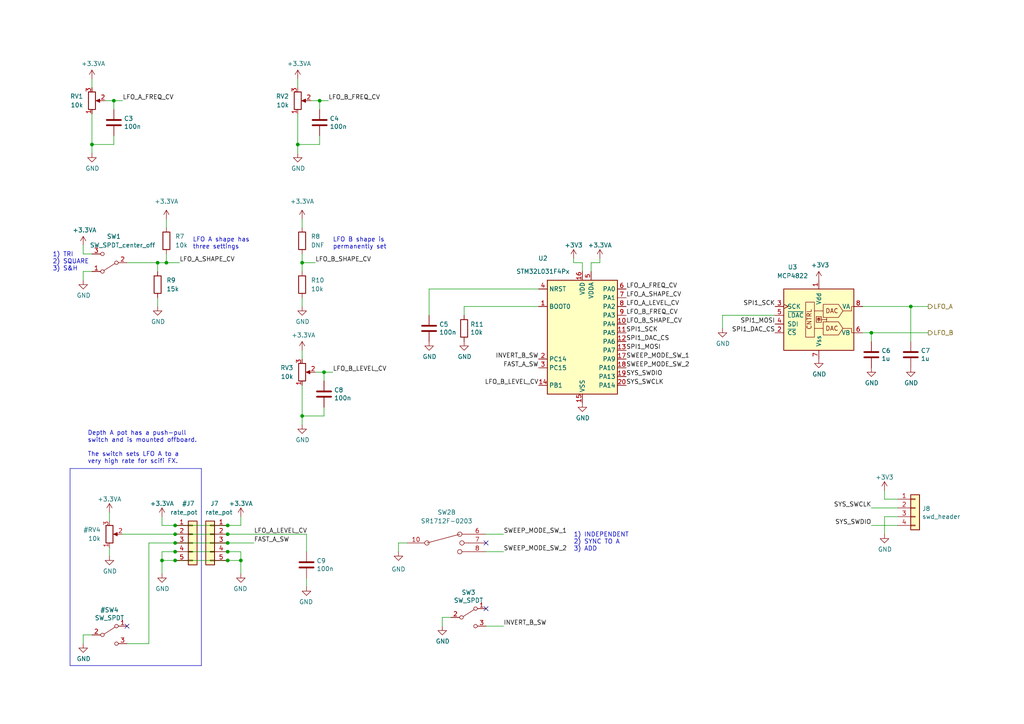
<source format=kicad_sch>
(kicad_sch (version 20230121) (generator eeschema)
  (paper "A4")
  (title_block (title "M.S.M. Stereo Lowpass Filter Pedal") (date "2022-06-07") (comment 2 "creativecommons.org/licenses/by/4.0") (comment 3 "License: CC by 4.0") (comment 4 "Author: Jordan Aceto"))
  (lib_symbols
    (symbol "Analog_DAC:MCP4822" (pin_names (offset 1.016))
      (property "Reference" "U" (at -2.54 10.795 0))
      (property "Value" "MCP4822" (at -2.54 8.89 0))
      (symbol "MCP4822_0_0"
        (polyline (pts (xy 0 -1.778) (xy 0 -0.635)))
        (polyline (pts (xy 0.381 -0.889) (xy 0.508 -0.762)))
        (polyline (pts (xy 2.286 -1.143) (xy 2.286 -1.905)))
        (polyline (pts (xy 0.381 -0.889) (xy -0.381 -0.889) (xy -0.508 -1.016)))
        (polyline (pts (xy 0.762 -1.27) (xy 2.286 -1.27) (xy 2.286 -0.762)))
        (polyline (pts (xy 0 -0.889) (xy 0.508 -1.397) (xy -0.508 -1.397) (xy 0 -0.889)))
        (polyline (pts (xy 6.985 -3.81) (xy 9.525 -3.81) (xy 9.525 -5.08) (xy 10.16 -5.08)))
        (polyline (pts (xy 6.985 1.27) (xy 9.525 1.27) (xy 9.525 2.54) (xy 10.16 2.54)))
        (rectangle (start 0.762 -0.381) (end -0.762 -2.032))
        (text "CNTRL" (at -2.032 -4.191 900) (effects (font (size 1.27 1.27)) (justify left bottom)))
        (text "DAC" (at 3.81 -3.81 0) (effects (font (size 1.27 1.27))))
        (text "DAC" (at 3.81 1.27 0) (effects (font (size 1.27 1.27))))
      )
      (symbol "MCP4822_0_1"
        (rectangle (start -10.16 7.62) (end 10.16 -10.16) (stroke (width 0.254)) (fill (type background)))
        (rectangle (start -1.27 -6.35) (end -3.81 3.81))
        (polyline (pts (xy 1.27 -3.81) (xy -1.27 -3.81)))
        (polyline (pts (xy 1.27 1.27) (xy -1.27 1.27)))
        (polyline (pts (xy 6.985 -3.81) (xy 5.715 -1.905) (xy 1.27 -1.905) (xy 1.27 -5.715) (xy 5.715 -5.715) (xy 6.985 -3.81)))
        (polyline (pts (xy 6.985 1.27) (xy 5.715 3.175) (xy 1.27 3.175) (xy 1.27 -0.635) (xy 5.715 -0.635) (xy 6.985 1.27)))
      )
      (symbol "MCP4822_1_1"
        (pin power_in line (at 0 10.16 270) (length 2.54) (name "Vdd") (number "1"))
        (pin input line (at -12.7 -5.08 0) (length 2.54) (name "~{CS}") (number "2"))
        (pin input clock (at -12.7 2.54 0) (length 2.54) (name "SCK") (number "3"))
        (pin input line (at -12.7 -2.54 0) (length 2.54) (name "SDI") (number "4"))
        (pin input line (at -12.7 0 0) (length 2.54) (name "~{LDAC}") (number "5"))
        (pin output line (at 12.7 -5.08 180) (length 2.54) (name "VB") (number "6"))
        (pin power_in line (at 0 -12.7 90) (length 2.54) (name "Vss") (number "7"))
        (pin output line (at 12.7 2.54 180) (length 2.54) (name "VA") (number "8"))
      )
    )
    (symbol "Connector_Generic:Conn_01x04" (pin_names (offset 1.016) hide)
      (property "Reference" "J" (at 0 5.08 0))
      (property "Value" "Conn_01x04" (at 0 -7.62 0))
      (symbol "Conn_01x04_1_1"
        (rectangle (start -1.27 -4.953) (end 0 -5.207) (stroke (width 0.1524)))
        (rectangle (start -1.27 -2.413) (end 0 -2.667) (stroke (width 0.1524)))
        (rectangle (start -1.27 0.127) (end 0 -0.127) (stroke (width 0.1524)))
        (rectangle (start -1.27 2.667) (end 0 2.413) (stroke (width 0.1524)))
        (rectangle (start -1.27 3.81) (end 1.27 -6.35) (stroke (width 0.254)) (fill (type background)))
        (pin passive line (at -5.08 2.54 0) (length 3.81) (name "Pin_1") (number "1"))
        (pin passive line (at -5.08 0 0) (length 3.81) (name "Pin_2") (number "2"))
        (pin passive line (at -5.08 -2.54 0) (length 3.81) (name "Pin_3") (number "3"))
        (pin passive line (at -5.08 -5.08 0) (length 3.81) (name "Pin_4") (number "4"))
      )
    )
    (symbol "Connector_Generic:Conn_01x05" (pin_names (offset 1.016) hide)
      (property "Reference" "J" (at 0 7.62 0))
      (property "Value" "Conn_01x05" (at 0 -7.62 0))
      (symbol "Conn_01x05_1_1"
        (rectangle (start -1.27 -4.953) (end 0 -5.207) (stroke (width 0.1524)))
        (rectangle (start -1.27 -2.413) (end 0 -2.667) (stroke (width 0.1524)))
        (rectangle (start -1.27 0.127) (end 0 -0.127) (stroke (width 0.1524)))
        (rectangle (start -1.27 2.667) (end 0 2.413) (stroke (width 0.1524)))
        (rectangle (start -1.27 5.207) (end 0 4.953) (stroke (width 0.1524)))
        (rectangle (start -1.27 6.35) (end 1.27 -6.35) (stroke (width 0.254)) (fill (type background)))
        (pin passive line (at -5.08 5.08 0) (length 3.81) (name "Pin_1") (number "1"))
        (pin passive line (at -5.08 2.54 0) (length 3.81) (name "Pin_2") (number "2"))
        (pin passive line (at -5.08 0 0) (length 3.81) (name "Pin_3") (number "3"))
        (pin passive line (at -5.08 -2.54 0) (length 3.81) (name "Pin_4") (number "4"))
        (pin passive line (at -5.08 -5.08 0) (length 3.81) (name "Pin_5") (number "5"))
      )
    )
    (symbol "Device:C" (pin_numbers hide) (pin_names (offset 0.254))
      (property "Reference" "C" (at 0.635 2.54 0))
      (property "Value" "C" (at 0.635 -2.54 0))
      (symbol "C_0_1"
        (polyline (pts (xy -2.032 -0.762) (xy 2.032 -0.762)) (stroke (width 0.508)))
        (polyline (pts (xy -2.032 0.762) (xy 2.032 0.762)) (stroke (width 0.508)))
      )
      (symbol "C_1_1"
        (pin passive line (at 0 3.81 270) (length 2.794) (name "~") (number "1"))
        (pin passive line (at 0 -3.81 90) (length 2.794) (name "~") (number "2"))
      )
    )
    (symbol "Device:R" (pin_numbers hide) (pin_names (offset 0))
      (property "Reference" "R" (at 2.032 0 90))
      (property "Value" "R" (at 0 0 90))
      (symbol "R_0_1"
        (rectangle (start -1.016 -2.54) (end 1.016 2.54) (stroke (width 0.254)))
      )
      (symbol "R_1_1"
        (pin passive line (at 0 3.81 270) (length 1.27) (name "~") (number "1"))
        (pin passive line (at 0 -3.81 90) (length 1.27) (name "~") (number "2"))
      )
    )
    (symbol "Device:R_Potentiometer" (pin_names (offset 1.016) hide)
      (property "Reference" "RV" (at -4.445 0 90))
      (property "Value" "R_Potentiometer" (at -2.54 0 90))
      (symbol "R_Potentiometer_0_1"
        (polyline (pts (xy 2.54 0) (xy 1.524 0)))
        (polyline (pts (xy 1.143 0) (xy 2.286 0.508) (xy 2.286 -0.508) (xy 1.143 0)) (fill (type outline)))
        (rectangle (start 1.016 2.54) (end -1.016 -2.54) (stroke (width 0.254)))
      )
      (symbol "R_Potentiometer_1_1"
        (pin passive line (at 0 3.81 270) (length 1.27) (name "1") (number "1"))
        (pin passive line (at 3.81 0 180) (length 1.27) (name "2") (number "2"))
        (pin passive line (at 0 -3.81 90) (length 1.27) (name "3") (number "3"))
      )
    )
    (symbol "MCU_ST_STM32L0:STM32L031F4Px"
      (property "Reference" "U" (at -10.16 16.51 0))
      (property "Value" "STM32L031F4Px" (at 5.08 16.51 0))
      (symbol "STM32L031F4Px_0_1"
        (rectangle (start -10.16 -17.78) (end 10.16 15.24) (stroke (width 0.254)) (fill (type background)))
      )
      (symbol "STM32L031F4Px_1_1"
        (pin input line (at -12.7 7.62 0) (length 2.54) (name "BOOT0") (number "1"))
        (pin bidirectional line (at 12.7 2.54 180) (length 2.54) (name "PA4") (number "10"))
        (pin bidirectional line (at 12.7 0 180) (length 2.54) (name "PA5") (number "11"))
        (pin bidirectional line (at 12.7 -2.54 180) (length 2.54) (name "PA6") (number "12"))
        (pin bidirectional line (at 12.7 -5.08 180) (length 2.54) (name "PA7") (number "13"))
        (pin bidirectional line (at -12.7 -15.24 0) (length 2.54) (name "PB1") (number "14"))
        (pin power_in line (at 0 -20.32 90) (length 2.54) (name "VSS") (number "15"))
        (pin power_in line (at 0 17.78 270) (length 2.54) (name "VDD") (number "16"))
        (pin bidirectional line (at 12.7 -7.62 180) (length 2.54) (name "PA9") (number "17"))
        (pin bidirectional line (at 12.7 -10.16 180) (length 2.54) (name "PA10") (number "18"))
        (pin bidirectional line (at 12.7 -12.7 180) (length 2.54) (name "PA13") (number "19"))
        (pin bidirectional line (at -12.7 -7.62 0) (length 2.54) (name "PC14") (number "2"))
        (pin bidirectional line (at 12.7 -15.24 180) (length 2.54) (name "PA14") (number "20"))
        (pin bidirectional line (at -12.7 -10.16 0) (length 2.54) (name "PC15") (number "3"))
        (pin input line (at -12.7 12.7 0) (length 2.54) (name "NRST") (number "4"))
        (pin power_in line (at 2.54 17.78 270) (length 2.54) (name "VDDA") (number "5"))
        (pin bidirectional line (at 12.7 12.7 180) (length 2.54) (name "PA0") (number "6"))
        (pin bidirectional line (at 12.7 10.16 180) (length 2.54) (name "PA1") (number "7"))
        (pin bidirectional line (at 12.7 7.62 180) (length 2.54) (name "PA2") (number "8"))
        (pin bidirectional line (at 12.7 5.08 180) (length 2.54) (name "PA3") (number "9"))
      )
    )
    (symbol "Switch:SW_SPDT" (pin_names (offset 0) hide)
      (property "Reference" "SW" (at 0 4.318 0))
      (property "Value" "SW_SPDT" (at 0 -5.08 0))
      (symbol "SW_SPDT_0_0"
        (circle (center -2.032 0) (radius 0.508))
        (circle (center 2.032 -2.54) (radius 0.508))
      )
      (symbol "SW_SPDT_0_1"
        (polyline (pts (xy -1.524 0.254) (xy 1.651 2.286)))
        (circle (center 2.032 2.54) (radius 0.508))
      )
      (symbol "SW_SPDT_1_1"
        (pin passive line (at 5.08 2.54 180) (length 2.54) (name "A") (number "1"))
        (pin passive line (at -5.08 0 0) (length 2.54) (name "B") (number "2"))
        (pin passive line (at 5.08 -2.54 180) (length 2.54) (name "C") (number "3"))
      )
    )
    (symbol "custom_symbols:SR1712F-0203" (pin_names (offset 1.016) hide)
      (property "Reference" "SW" (at 0 5.08 0))
      (property "Value" "SR1712F-0203" (at 0 -5.08 0))
      (symbol "SR1712F-0203_0_0"
        (circle (center -4.445 0) (radius 0.635))
        (polyline (pts (xy -4.445 0) (xy 5.08 2.54)))
        (polyline (pts (xy 5.715 -2.54) (xy 7.62 -2.54)))
        (polyline (pts (xy 5.715 2.54) (xy 7.62 2.54)))
        (polyline (pts (xy 6.35 0) (xy 7.62 0)))
        (circle (center 5.08 -2.54) (radius 0.635))
        (circle (center 5.08 2.54) (radius 0.635))
        (circle (center 5.715 0) (radius 0.635))
      )
      (symbol "SR1712F-0203_1_1"
        (pin passive line (at -10.16 0 0) (length 5.08) (name "1") (number "1"))
        (pin passive line (at 12.7 2.54 180) (length 5.08) (name "2") (number "2"))
        (pin passive line (at 12.7 0 180) (length 5.08) (name "3") (number "3"))
        (pin passive line (at 12.7 -2.54 180) (length 5.08) (name "4") (number "4"))
      )
      (symbol "SR1712F-0203_2_1"
        (pin passive line (at -10.16 0 0) (length 5.08) (name "10") (number "10"))
        (pin passive line (at 12.7 2.54 180) (length 5.08) (name "6") (number "6"))
        (pin passive line (at 12.7 0 180) (length 5.08) (name "7") (number "7"))
        (pin passive line (at 12.7 -2.54 180) (length 5.08) (name "8") (number "8"))
      )
    )
    (symbol "power:+3.3V" (power) (pin_names (offset 0))
      (property "Value" "+3.3V" (at 0 3.556 0))
      (symbol "+3.3V_0_1"
        (polyline (pts (xy -0.762 1.27) (xy 0 2.54)))
        (polyline (pts (xy 0 0) (xy 0 2.54)))
        (polyline (pts (xy 0 2.54) (xy 0.762 1.27)))
      )
      (symbol "+3.3V_1_1"
        (pin power_in line (at 0 0 90) (length 0) hide (name "+3V3") (number "1"))
      )
    )
    (symbol "power:+3.3VA" (power) (pin_names (offset 0))
      (property "Value" "+3.3VA" (at 0 3.556 0))
      (symbol "+3.3VA_0_1"
        (polyline (pts (xy -0.762 1.27) (xy 0 2.54)))
        (polyline (pts (xy 0 0) (xy 0 2.54)))
        (polyline (pts (xy 0 2.54) (xy 0.762 1.27)))
      )
      (symbol "+3.3VA_1_1"
        (pin power_in line (at 0 0 90) (length 0) hide (name "+3.3VA") (number "1"))
      )
    )
    (symbol "power:GND" (power) (pin_names (offset 0))
      (property "Value" "GND" (at 0 -3.81 0))
      (symbol "GND_0_1"
        (polyline (pts (xy 0 0) (xy 0 -1.27) (xy 1.27 -1.27) (xy 0 -2.54) (xy -1.27 -1.27) (xy 0 -1.27)))
      )
      (symbol "GND_1_1"
        (pin power_in line (at 0 0 270) (length 0) hide (name "GND") (number "1"))
      )
    )
  )
  (junction (at 66.04 157.48))
  (junction (at 50.8 160.02))
  (junction (at 86.36 41.91))
  (junction (at 92.71 29.21))
  (junction (at 87.63 76.2))
  (junction (at 66.04 154.94))
  (junction (at 48.26 76.2))
  (junction (at 264.16 88.9))
  (junction (at 66.04 162.56))
  (junction (at 50.8 157.48))
  (junction (at 66.04 160.02))
  (junction (at 87.63 120.65))
  (junction (at 45.72 76.2))
  (junction (at 69.85 162.56))
  (junction (at 50.8 162.56))
  (junction (at 93.98 107.95))
  (junction (at 252.73 96.52))
  (junction (at 66.04 152.4))
  (junction (at 26.67 41.91))
  (junction (at 50.8 152.4))
  (junction (at 33.02 29.21))
  (junction (at 50.8 154.94))
  (junction (at 46.99 162.56))
  (no_connect (at 36.83 181.61))
  (no_connect (at 140.97 157.48))
  (no_connect (at 140.97 176.53))
  (polyline (pts (xy 58.42 193.04) (xy 58.42 135.89)))
  (wire (pts (xy 134.62 88.9) (xy 156.21 88.9)))
  (wire (pts (xy 50.8 157.48) (xy 66.04 157.48)))
  (wire (pts (xy 87.63 66.04) (xy 87.63 63.5)))
  (wire (pts (xy 26.67 73.66) (xy 24.13 73.66)))
  (wire (pts (xy 87.63 76.2) (xy 91.44 76.2)))
  (wire (pts (xy 45.72 88.9) (xy 45.72 86.36)))
  (polyline (pts (xy 20.32 193.04) (xy 58.42 193.04)))
  (wire (pts (xy 46.99 160.02) (xy 46.99 162.56)))
  (wire (pts (xy 31.75 148.59) (xy 31.75 151.13)))
  (wire (pts (xy 93.98 120.65) (xy 87.63 120.65)))
  (wire (pts (xy 46.99 160.02) (xy 50.8 160.02)))
  (wire (pts (xy 36.83 186.69) (xy 43.18 186.69)))
  (wire (pts (xy 88.9 167.64) (xy 88.9 170.18)))
  (wire (pts (xy 86.36 41.91) (xy 86.36 33.02)))
  (wire (pts (xy 252.73 99.06) (xy 252.73 96.52)))
  (polyline (pts (xy 58.42 135.89) (xy 20.32 135.89)))
  (wire (pts (xy 252.73 147.32) (xy 260.35 147.32)))
  (wire (pts (xy 92.71 29.21) (xy 90.17 29.21)))
  (wire (pts (xy 92.71 31.75) (xy 92.71 29.21)))
  (wire (pts (xy 46.99 162.56) (xy 46.99 166.37)))
  (wire (pts (xy 87.63 120.65) (xy 87.63 111.76)))
  (wire (pts (xy 48.26 73.66) (xy 48.26 76.2)))
  (wire (pts (xy 24.13 73.66) (xy 24.13 71.12)))
  (wire (pts (xy 252.73 152.4) (xy 260.35 152.4)))
  (wire (pts (xy 115.57 160.02) (xy 115.57 157.48)))
  (wire (pts (xy 66.04 162.56) (xy 69.85 162.56)))
  (wire (pts (xy 24.13 184.15) (xy 26.67 184.15)))
  (wire (pts (xy 50.8 152.4) (xy 66.04 152.4)))
  (polyline (pts (xy 20.32 135.89) (xy 20.32 193.04)))
  (wire (pts (xy 140.97 181.61) (xy 146.05 181.61)))
  (wire (pts (xy 46.99 162.56) (xy 50.8 162.56)))
  (wire (pts (xy 24.13 81.28) (xy 24.13 78.74)))
  (wire (pts (xy 31.75 158.75) (xy 31.75 161.29)))
  (wire (pts (xy 87.63 88.9) (xy 87.63 86.36)))
  (wire (pts (xy 33.02 41.91) (xy 26.67 41.91)))
  (wire (pts (xy 36.83 76.2) (xy 45.72 76.2)))
  (wire (pts (xy 87.63 76.2) (xy 87.63 78.74)))
  (wire (pts (xy 92.71 41.91) (xy 86.36 41.91)))
  (wire (pts (xy 87.63 101.6) (xy 87.63 104.14)))
  (wire (pts (xy 50.8 154.94) (xy 66.04 154.94)))
  (wire (pts (xy 173.99 76.2) (xy 173.99 74.93)))
  (wire (pts (xy 115.57 157.48) (xy 118.11 157.48)))
  (wire (pts (xy 140.97 160.02) (xy 146.05 160.02)))
  (wire (pts (xy 50.8 160.02) (xy 66.04 160.02)))
  (wire (pts (xy 168.91 78.74) (xy 168.91 76.2)))
  (wire (pts (xy 26.67 41.91) (xy 26.67 33.02)))
  (wire (pts (xy 50.8 157.48) (xy 43.18 157.48)))
  (wire (pts (xy 92.71 29.21) (xy 95.25 29.21)))
  (wire (pts (xy 69.85 160.02) (xy 69.85 162.56)))
  (wire (pts (xy 93.98 107.95) (xy 91.44 107.95)))
  (wire (pts (xy 88.9 154.94) (xy 88.9 160.02)))
  (wire (pts (xy 87.63 123.19) (xy 87.63 120.65)))
  (wire (pts (xy 48.26 66.04) (xy 48.26 63.5)))
  (wire (pts (xy 124.46 83.82) (xy 156.21 83.82)))
  (wire (pts (xy 124.46 91.44) (xy 124.46 83.82)))
  (wire (pts (xy 33.02 39.37) (xy 33.02 41.91)))
  (wire (pts (xy 66.04 157.48) (xy 73.66 157.48)))
  (wire (pts (xy 209.55 91.44) (xy 224.79 91.44)))
  (wire (pts (xy 45.72 76.2) (xy 45.72 78.74)))
  (wire (pts (xy 256.54 144.78) (xy 260.35 144.78)))
  (wire (pts (xy 252.73 96.52) (xy 250.19 96.52)))
  (wire (pts (xy 26.67 44.45) (xy 26.67 41.91)))
  (wire (pts (xy 93.98 110.49) (xy 93.98 107.95)))
  (wire (pts (xy 86.36 44.45) (xy 86.36 41.91)))
  (wire (pts (xy 92.71 39.37) (xy 92.71 41.91)))
  (wire (pts (xy 33.02 29.21) (xy 35.56 29.21)))
  (wire (pts (xy 256.54 154.94) (xy 256.54 149.86)))
  (wire (pts (xy 166.37 76.2) (xy 166.37 74.93)))
  (wire (pts (xy 24.13 78.74) (xy 26.67 78.74)))
  (wire (pts (xy 269.24 96.52) (xy 252.73 96.52)))
  (wire (pts (xy 168.91 76.2) (xy 166.37 76.2)))
  (wire (pts (xy 264.16 88.9) (xy 250.19 88.9)))
  (wire (pts (xy 87.63 73.66) (xy 87.63 76.2)))
  (wire (pts (xy 69.85 149.86) (xy 69.85 152.4)))
  (wire (pts (xy 66.04 152.4) (xy 69.85 152.4)))
  (wire (pts (xy 46.99 149.86) (xy 46.99 152.4)))
  (wire (pts (xy 45.72 76.2) (xy 48.26 76.2)))
  (wire (pts (xy 264.16 99.06) (xy 264.16 88.9)))
  (wire (pts (xy 33.02 29.21) (xy 30.48 29.21)))
  (wire (pts (xy 93.98 118.11) (xy 93.98 120.65)))
  (wire (pts (xy 256.54 149.86) (xy 260.35 149.86)))
  (wire (pts (xy 26.67 22.86) (xy 26.67 25.4)))
  (wire (pts (xy 209.55 95.25) (xy 209.55 91.44)))
  (wire (pts (xy 66.04 154.94) (xy 88.9 154.94)))
  (wire (pts (xy 93.98 107.95) (xy 96.52 107.95)))
  (wire (pts (xy 24.13 186.69) (xy 24.13 184.15)))
  (wire (pts (xy 69.85 162.56) (xy 69.85 166.37)))
  (wire (pts (xy 48.26 76.2) (xy 52.07 76.2)))
  (wire (pts (xy 171.45 78.74) (xy 171.45 76.2)))
  (wire (pts (xy 269.24 88.9) (xy 264.16 88.9)))
  (wire (pts (xy 256.54 142.24) (xy 256.54 144.78)))
  (wire (pts (xy 134.62 91.44) (xy 134.62 88.9)))
  (wire (pts (xy 33.02 31.75) (xy 33.02 29.21)))
  (wire (pts (xy 128.27 181.61) (xy 128.27 179.07)))
  (wire (pts (xy 43.18 157.48) (xy 43.18 186.69)))
  (wire (pts (xy 140.97 154.94) (xy 146.05 154.94)))
  (wire (pts (xy 171.45 76.2) (xy 173.99 76.2)))
  (wire (pts (xy 50.8 162.56) (xy 66.04 162.56)))
  (wire (pts (xy 86.36 22.86) (xy 86.36 25.4)))
  (wire (pts (xy 50.8 152.4) (xy 46.99 152.4)))
  (wire (pts (xy 35.56 154.94) (xy 50.8 154.94)))
  (wire (pts (xy 69.85 160.02) (xy 66.04 160.02)))
  (wire (pts (xy 128.27 179.07) (xy 130.81 179.07)))
  (text "1) INDEPENDENT\n2) SYNC TO A\n3) ADD" (at 166.37 160.02 0) (effects (font (size 1.27 1.27)) (justify left bottom)))
  (text "1) TRI\n2) SQUARE\n3) S&H" (at 15.24 78.74 0) (effects (font (size 1.27 1.27)) (justify left bottom)))
  (text "LFO A shape has\nthree settings" (at 55.88 72.39 0) (effects (font (size 1.27 1.27)) (justify left bottom)))
  (text "Depth A pot has a push-pull\nswitch and is mounted offboard.\n\nThe switch sets LFO A to a\nvery high rate for scifi FX." (at 25.4 134.62 0) (effects (font (size 1.27 1.27)) (justify left bottom)))
  (text "LFO B shape is\npermanently set" (at 96.52 72.39 0) (effects (font (size 1.27 1.27)) (justify left bottom)))
  (label "LFO_B_LEVEL_CV" (at 156.21 111.76 180))
  (label "FAST_A_SW" (at 73.66 157.48 0))
  (label "LFO_A_LEVEL_CV" (at 73.66 154.94 0))
  (label "SWEEP_MODE_SW_2" (at 146.05 160.02 0))
  (label "SWEEP_MODE_SW_1" (at 181.61 104.14 0))
  (label "LFO_A_FREQ_CV" (at 35.56 29.21 0))
  (label "LFO_B_FREQ_CV" (at 95.25 29.21 0))
  (label "LFO_A_FREQ_CV" (at 181.61 83.82 0))
  (label "INVERT_B_SW" (at 146.05 181.61 0))
  (label "SPI1_DAC_CS" (at 181.61 99.06 0))
  (label "SYS_SWCLK" (at 181.61 111.76 0))
  (label "SPI1_MOSI" (at 181.61 101.6 0))
  (label "LFO_B_SHAPE_CV" (at 181.61 93.98 0))
  (label "LFO_A_SHAPE_CV" (at 181.61 86.36 0))
  (label "SPI1_SCK" (at 181.61 96.52 0))
  (label "FAST_A_SW" (at 156.21 106.68 180))
  (label "SYS_SWCLK" (at 252.73 147.32 180))
  (label "LFO_B_LEVEL_CV" (at 96.52 107.95 0))
  (label "SPI1_SCK" (at 224.79 88.9 180))
  (label "LFO_A_LEVEL_CV" (at 181.61 88.9 0))
  (label "LFO_A_SHAPE_CV" (at 52.07 76.2 0))
  (label "SWEEP_MODE_SW_1" (at 146.05 154.94 0))
  (label "SPI1_DAC_CS" (at 224.79 96.52 180))
  (label "SWEEP_MODE_SW_2" (at 181.61 106.68 0))
  (label "SYS_SWDIO" (at 252.73 152.4 180))
  (label "LFO_B_SHAPE_CV" (at 91.44 76.2 0))
  (label "SYS_SWDIO" (at 181.61 109.22 0))
  (label "SPI1_MOSI" (at 224.79 93.98 180))
  (label "INVERT_B_SW" (at 156.21 104.14 180))
  (label "LFO_B_FREQ_CV" (at 181.61 91.44 0))
  (hierarchical_label "LFO_B" (shape output) (at 269.24 96.52 0))
  (hierarchical_label "LFO_A" (shape output) (at 269.24 88.9 0))
  (symbol (lib_id "Switch:SW_SPDT") (at 135.89 179.07 0) (unit 1)
    (property "Reference" "SW3" (at 135.89 171.831 0))
    (property "Value" "SW_SPDT" (at 135.89 174.1424 0))
    (property "Footprint" "custom_footprints:SPDT_mini_toggle" (effects hide))
  )
  (symbol (lib_id "power:+3.3VA") (at 69.85 149.86 0) (unit 1)
    (property "Reference" "#PWR0101" (effects hide))
    (property "Value" "+3.3VA" (at 69.85 146.05 0))
  )
  (symbol (lib_id "power:GND") (at 256.54 154.94 0) (unit 1)
    (property "Reference" "#PWR047" (effects hide))
    (property "Value" "GND" (at 256.667 159.3342 0))
  )
  (symbol (lib_id "Device:C") (at 92.71 35.56 0) (unit 1)
    (property "Reference" "C4" (at 95.631 34.3916 0) (effects (justify left)))
    (property "Value" "100n" (at 95.631 36.703 0) (effects (justify left)))
    (property "Footprint" "Capacitor_SMD:C_0805_2012Metric" (effects hide))
  )
  (symbol (lib_id "power:GND") (at 209.55 95.25 0) (unit 1)
    (property "Reference" "#PWR036" (effects hide))
    (property "Value" "GND" (at 209.677 99.6442 0))
  )
  (symbol (lib_id "power:GND") (at 87.63 88.9 0) (unit 1)
    (property "Reference" "#PWR035" (effects hide))
    (property "Value" "~" (at 87.757 93.2942 0))
  )
  (symbol (lib_id "power:+3.3V") (at 237.49 81.28 0) (unit 1)
    (property "Reference" "#PWR033" (effects hide))
    (property "Value" "+3.3V" (at 237.871 76.8858 0))
  )
  (symbol (lib_id "power:+3.3VA") (at 48.26 63.5 0) (unit 1)
    (property "Reference" "#PWR027" (effects hide))
    (property "Value" "+3.3VA" (at 48.26 58.42 0))
  )
  (symbol (lib_id "Device:C") (at 88.9 163.83 0) (unit 1)
    (property "Reference" "C9" (at 91.821 162.6616 0) (effects (justify left)))
    (property "Value" "100n" (at 91.821 164.973 0) (effects (justify left)))
    (property "Footprint" "Capacitor_SMD:C_0805_2012Metric" (effects hide))
  )
  (symbol (lib_id "Switch:SW_SPDT") (at 31.75 184.15 0) (unit 1) (on_board no)
    (property "Reference" "#SW4" (at 31.75 176.911 0))
    (property "Value" "SW_SPDT" (at 31.75 179.2224 0))
    (property "Footprint" "custom_footprints:SPDT_mini_toggle" (effects hide))
  )
  (symbol (lib_id "power:+3.3VA") (at 87.63 63.5 0) (unit 1)
    (property "Reference" "#PWR028" (effects hide))
    (property "Value" "+3.3VA" (at 87.63 58.42 0))
  )
  (symbol (lib_id "Device:C") (at 93.98 114.3 0) (unit 1)
    (property "Reference" "C8" (at 96.901 113.1316 0) (effects (justify left)))
    (property "Value" "100n" (at 96.901 115.443 0) (effects (justify left)))
    (property "Footprint" "Capacitor_SMD:C_0805_2012Metric" (effects hide))
  )
  (symbol (lib_id "Device:R_Potentiometer") (at 86.36 29.21 0) (mirror x) (unit 1)
    (property "Reference" "RV2" (at 83.82 27.9399 0) (effects (justify right)))
    (property "Value" "10k" (at 83.82 30.4799 0) (effects (justify right)))
    (property "Footprint" "Potentiometer_THT:Potentiometer_Alpha_RD901F-40-00D_Single_Vertical" (effects hide))
  )
  (symbol (lib_id "power:GND") (at 252.73 106.68 0) (unit 1)
    (property "Reference" "#PWR041" (effects hide))
    (property "Value" "GND" (at 252.857 111.0742 0))
  )
  (symbol (lib_id "Device:R_Potentiometer") (at 26.67 29.21 0) (mirror x) (unit 1)
    (property "Reference" "RV1" (at 24.13 27.9399 0) (effects (justify right)))
    (property "Value" "10k" (at 24.13 30.4799 0) (effects (justify right)))
    (property "Footprint" "Potentiometer_THT:Potentiometer_Alpha_RD901F-40-00D_Single_Vertical" (effects hide))
  )
  (symbol (lib_id "power:+3.3VA") (at 173.99 74.93 0) (unit 1)
    (property "Reference" "#PWR031" (effects hide))
    (property "Value" "+3.3VA" (at 173.99 71.12 0))
  )
  (symbol (lib_id "Device:R") (at 134.62 95.25 0) (unit 1)
    (property "Reference" "R11" (at 136.398 94.0816 0) (effects (justify left)))
    (property "Value" "10k" (at 136.398 96.393 0) (effects (justify left)))
    (property "Footprint" "Resistor_SMD:R_0805_2012Metric" (effects hide))
  )
  (symbol (lib_id "MCU_ST_STM32L0:STM32L031F4Px") (at 168.91 96.52 0) (unit 1)
    (property "Reference" "U2" (at 157.48 74.93 0))
    (property "Value" "STM32L031F4Px" (at 157.48 78.74 0))
    (property "Footprint" "Package_SO:TSSOP-20_4.4x6.5mm_P0.65mm" (effects hide))
    (property "Datasheet" "http://www.st.com/st-web-ui/static/active/en/resource/technical/document/datasheet/DM00140359.pdf" (effects hide))
  )
  (symbol (lib_id "power:GND") (at 31.75 161.29 0) (unit 1) (on_board no)
    (property "Reference" "#PWR048" (effects hide))
    (property "Value" "GND" (at 31.877 165.6842 0))
  )
  (symbol (lib_id "power:GND") (at 24.13 81.28 0) (unit 1)
    (property "Reference" "#PWR032" (effects hide))
    (property "Value" "GND" (at 24.257 85.6742 0))
  )
  (symbol (lib_id "power:GND") (at 134.62 99.06 0) (unit 1)
    (property "Reference" "#PWR038" (effects hide))
    (property "Value" "GND" (at 134.747 103.4542 0))
  )
  (symbol (lib_id "power:GND") (at 46.99 166.37 0) (unit 1) (on_board no)
    (property "Reference" "#PWR0102" (effects hide))
    (property "Value" "GND" (at 47.117 170.7642 0))
  )
  (symbol (lib_id "power:GND") (at 24.13 186.69 0) (unit 1) (on_board no)
    (property "Reference" "#PWR050" (effects hide))
    (property "Value" "GND" (at 24.257 191.0842 0))
  )
  (symbol (lib_id "Device:R") (at 87.63 82.55 0) (unit 1)
    (property "Reference" "R10" (at 90.17 81.2799 0) (effects (justify left)))
    (property "Value" "10k" (at 90.17 83.8199 0) (effects (justify left)))
    (property "Footprint" "Resistor_SMD:R_0805_2012Metric" (effects hide))
  )
  (symbol (lib_id "power:GND") (at 237.49 104.14 0) (unit 1)
    (property "Reference" "#PWR040" (effects hide))
    (property "Value" "GND" (at 237.617 108.5342 0))
  )
  (symbol (lib_id "power:GND") (at 87.63 123.19 0) (unit 1)
    (property "Reference" "#PWR044" (effects hide))
    (property "Value" "GND" (at 87.757 127.5842 0))
  )
  (symbol (lib_id "power:+3.3VA") (at 26.67 22.86 0) (unit 1)
    (property "Reference" "#PWR023" (effects hide))
    (property "Value" "+3.3VA" (at 27.051 18.4658 0))
  )
  (symbol (lib_id "Device:R_Potentiometer") (at 31.75 154.94 0) (mirror x) (unit 1) (on_board no)
    (property "Reference" "#RV4" (at 29.21 153.6699 0) (effects (justify right)))
    (property "Value" "10k" (at 29.21 156.2099 0) (effects (justify right)))
  )
  (symbol (lib_id "Device:C") (at 33.02 35.56 0) (unit 1)
    (property "Reference" "C3" (at 35.941 34.3916 0) (effects (justify left)))
    (property "Value" "100n" (at 35.941 36.703 0) (effects (justify left)))
    (property "Footprint" "Capacitor_SMD:C_0805_2012Metric" (effects hide))
  )
  (symbol (lib_id "power:GND") (at 69.85 166.37 0) (mirror y) (unit 1)
    (property "Reference" "#PWR0104" (effects hide))
    (property "Value" "GND" (at 69.723 170.7642 0))
  )
  (symbol (lib_id "Connector_Generic:Conn_01x05") (at 55.88 157.48 0) (unit 1) (on_board no)
    (property "Reference" "#J7" (at 54.61 146.05 0))
    (property "Value" "rate_pot" (at 53.34 148.59 0))
  )
  (symbol (lib_id "power:GND") (at 168.91 116.84 0) (unit 1)
    (property "Reference" "#PWR043" (effects hide))
    (property "Value" "GND" (at 169.037 121.2342 0))
  )
  (symbol (lib_id "Device:C") (at 124.46 95.25 0) (unit 1)
    (property "Reference" "C5" (at 127.381 94.0816 0) (effects (justify left)))
    (property "Value" "100n" (at 127.381 96.393 0) (effects (justify left)))
    (property "Footprint" "Capacitor_SMD:C_0805_2012Metric" (effects hide))
  )
  (symbol (lib_id "power:GND") (at 115.57 160.02 0) (unit 1)
    (property "Reference" "#PWR049" (effects hide))
    (property "Value" "GND" (at 115.57 165.1 0))
  )
  (symbol (lib_id "power:GND") (at 26.67 44.45 0) (unit 1)
    (property "Reference" "#PWR025" (effects hide))
    (property "Value" "GND" (at 26.797 48.8442 0))
  )
  (symbol (lib_id "power:GND") (at 264.16 106.68 0) (unit 1)
    (property "Reference" "#PWR042" (effects hide))
    (property "Value" "GND" (at 264.287 111.0742 0))
  )
  (symbol (lib_id "power:+3.3VA") (at 86.36 22.86 0) (unit 1)
    (property "Reference" "#PWR024" (effects hide))
    (property "Value" "+3.3VA" (at 86.741 18.4658 0))
  )
  (symbol (lib_id "Switch:SW_SPDT") (at 31.75 76.2 180) (unit 1)
    (property "Reference" "SW1" (at 33.02 68.58 0))
    (property "Value" "SW_SPDT_center_off" (at 35.56 71.12 0))
    (property "Footprint" "custom_footprints:SPDT_mini_toggle" (effects hide))
  )
  (symbol (lib_id "Device:R_Potentiometer") (at 87.63 107.95 0) (mirror x) (unit 1)
    (property "Reference" "RV3" (at 85.09 106.6799 0) (effects (justify right)))
    (property "Value" "10k" (at 85.09 109.2199 0) (effects (justify right)))
    (property "Footprint" "Potentiometer_THT:Potentiometer_Alpha_RD901F-40-00D_Single_Vertical" (effects hide))
  )
  (symbol (lib_id "power:+3.3V") (at 256.54 142.24 0) (unit 1)
    (property "Reference" "#PWR046" (effects hide))
    (property "Value" "+3.3V" (at 256.54 138.43 0))
  )
  (symbol (lib_id "power:GND") (at 124.46 99.06 0) (unit 1)
    (property "Reference" "#PWR037" (effects hide))
    (property "Value" "GND" (at 124.587 103.4542 0))
  )
  (symbol (lib_id "Device:R") (at 48.26 69.85 0) (unit 1)
    (property "Reference" "R7" (at 50.8 68.5799 0) (effects (justify left)))
    (property "Value" "10k" (at 50.8 71.1199 0) (effects (justify left)))
    (property "Footprint" "Resistor_SMD:R_0805_2012Metric" (effects hide))
  )
  (symbol (lib_id "Device:C") (at 264.16 102.87 0) (unit 1)
    (property "Reference" "C7" (at 267.081 101.7016 0) (effects (justify left)))
    (property "Value" "1u" (at 267.081 104.013 0) (effects (justify left)))
    (property "Footprint" "Capacitor_SMD:C_0805_2012Metric" (effects hide))
  )
  (symbol (lib_id "power:+3.3V") (at 166.37 74.93 0) (unit 1)
    (property "Reference" "#PWR030" (effects hide))
    (property "Value" "+3.3V" (at 166.37 71.12 0))
  )
  (symbol (lib_id "Connector_Generic:Conn_01x05") (at 60.96 157.48 0) (mirror y) (unit 1)
    (property "Reference" "J7" (at 62.23 146.05 0))
    (property "Value" "rate_pot" (at 63.5 148.59 0))
    (property "Footprint" "Connector_Molex:Molex_KK-254_AE-6410-05A_1x05_P2.54mm_Vertical" (effects hide))
  )
  (symbol (lib_id "power:GND") (at 45.72 88.9 0) (unit 1)
    (property "Reference" "#PWR034" (effects hide))
    (property "Value" "GND" (at 45.847 93.2942 0))
  )
  (symbol (lib_id "power:+3.3VA") (at 46.99 149.86 0) (mirror y) (unit 1) (on_board no)
    (property "Reference" "#PWR0103" (effects hide))
    (property "Value" "+3.3VA" (at 46.99 146.05 0))
  )
  (symbol (lib_id "power:+3.3VA") (at 31.75 148.59 0) (unit 1) (on_board no)
    (property "Reference" "#PWR045" (effects hide))
    (property "Value" "+3.3VA" (at 31.75 144.78 0))
  )
  (symbol (lib_id "Connector_Generic:Conn_01x04") (at 265.43 147.32 0) (unit 1)
    (property "Reference" "J8" (at 267.462 147.5232 0) (effects (justify left)))
    (property "Value" "swd_header" (at 267.462 149.8346 0) (effects (justify left)))
    (property "Footprint" "Connector_PinHeader_2.54mm:PinHeader_1x04_P2.54mm_Vertical" (effects hide))
  )
  (symbol (lib_id "Device:R") (at 87.63 69.85 0) (unit 1)
    (property "Reference" "R8" (at 90.17 68.5799 0) (effects (justify left)))
    (property "Value" "DNF" (at 90.17 71.1199 0) (effects (justify left)))
    (property "Footprint" "Resistor_SMD:R_0805_2012Metric" (effects hide))
  )
  (symbol (lib_id "Analog_DAC:MCP4822") (at 237.49 91.44 0) (unit 1)
    (property "Reference" "U3" (at 229.87 77.47 0))
    (property "Value" "MCP4822" (at 229.87 80.01 0))
    (property "Footprint" "Package_SO:TSSOP-8_3x3mm_P0.65mm" (effects hide))
    (property "Datasheet" "http://ww1.microchip.com/downloads/en/DeviceDoc/20002249B.pdf" (effects hide))
  )
  (symbol (lib_id "Device:C") (at 252.73 102.87 0) (unit 1)
    (property "Reference" "C6" (at 255.651 101.7016 0) (effects (justify left)))
    (property "Value" "1u" (at 255.651 104.013 0) (effects (justify left)))
    (property "Footprint" "Capacitor_SMD:C_0805_2012Metric" (effects hide))
  )
  (symbol (lib_id "Device:R") (at 45.72 82.55 0) (unit 1)
    (property "Reference" "R9" (at 48.26 81.2799 0) (effects (justify left)))
    (property "Value" "15k" (at 48.26 83.8199 0) (effects (justify left)))
    (property "Footprint" "Resistor_SMD:R_0805_2012Metric" (effects hide))
  )
  (symbol (lib_id "power:GND") (at 86.36 44.45 0) (unit 1)
    (property "Reference" "#PWR026" (effects hide))
    (property "Value" "GND" (at 86.487 48.8442 0))
  )
  (symbol (lib_id "power:+3.3VA") (at 87.63 101.6 0) (unit 1)
    (property "Reference" "#PWR039" (effects hide))
    (property "Value" "+3.3VA" (at 88.011 97.2058 0))
  )
  (symbol (lib_id "power:GND") (at 88.9 170.18 0) (mirror y) (unit 1)
    (property "Reference" "#PWR0105" (effects hide))
    (property "Value" "GND" (at 88.773 174.5742 0))
  )
  (symbol (lib_id "power:+3.3VA") (at 24.13 71.12 0) (unit 1)
    (property "Reference" "#PWR029" (effects hide))
    (property "Value" "+3.3VA" (at 24.511 66.7258 0))
  )
  (symbol (lib_id "power:GND") (at 128.27 181.61 0) (unit 1)
    (property "Reference" "#PWR051" (effects hide))
    (property "Value" "GND" (at 128.397 186.0042 0))
  )
  (symbol (lib_id "custom_symbols:SR1712F-0203") (at 128.27 157.48 0) (unit 2)
    (property "Reference" "SW2" (at 129.54 148.59 0))
    (property "Value" "SR1712F-0203" (at 129.54 151.13 0))
    (property "Footprint" "custom_footprints:SR1712F_rotary_switch" (effects hide))
  )
)
</source>
